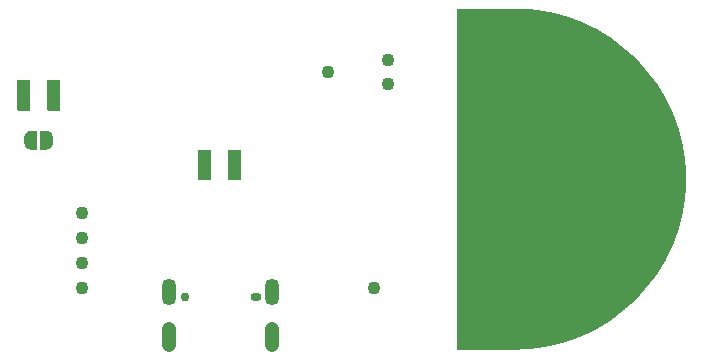
<source format=gbr>
%TF.GenerationSoftware,KiCad,Pcbnew,(5.1.9-0-10_14)*%
%TF.CreationDate,2021-08-19T12:12:30+02:00*%
%TF.ProjectId,s1-ecg-demo,73312d65-6367-42d6-9465-6d6f2e6b6963,1*%
%TF.SameCoordinates,Original*%
%TF.FileFunction,Soldermask,Bot*%
%TF.FilePolarity,Negative*%
%FSLAX46Y46*%
G04 Gerber Fmt 4.6, Leading zero omitted, Abs format (unit mm)*
G04 Created by KiCad (PCBNEW (5.1.9-0-10_14)) date 2021-08-19 12:12:30*
%MOMM*%
%LPD*%
G01*
G04 APERTURE LIST*
%ADD10C,1.900000*%
%ADD11C,0.100000*%
%ADD12C,0.750000*%
%ADD13O,0.950000X0.750000*%
%ADD14O,1.258000X2.558000*%
%ADD15O,1.258000X2.258000*%
%ADD16C,1.100000*%
%ADD17C,1.090600*%
G04 APERTURE END LIST*
D10*
X164100000Y-117100000D02*
G75*
G03*
X164100000Y-90100000I0J13500000D01*
G01*
D11*
G36*
X173300000Y-92700000D02*
G01*
X178200000Y-103600000D01*
X173300000Y-114600000D01*
X164250000Y-118000000D01*
X159150000Y-118000000D01*
X159100000Y-89200000D01*
X164100000Y-89200000D01*
X173300000Y-92700000D01*
G37*
X173300000Y-92700000D02*
X178200000Y-103600000D01*
X173300000Y-114600000D01*
X164250000Y-118000000D01*
X159150000Y-118000000D01*
X159100000Y-89200000D01*
X164100000Y-89200000D01*
X173300000Y-92700000D01*
D10*
X164100000Y-117100000D02*
G75*
G03*
X164100000Y-90100000I0J13500000D01*
G01*
D11*
G36*
X173300000Y-92700000D02*
G01*
X178200000Y-103600000D01*
X173300000Y-114600000D01*
X164250000Y-118000000D01*
X159150000Y-118000000D01*
X159100000Y-89200000D01*
X164100000Y-89200000D01*
X173300000Y-92700000D01*
G37*
X173300000Y-92700000D02*
X178200000Y-103600000D01*
X173300000Y-114600000D01*
X164250000Y-118000000D01*
X159150000Y-118000000D01*
X159100000Y-89200000D01*
X164100000Y-89200000D01*
X173300000Y-92700000D01*
D12*
%TO.C,J6*%
X136100000Y-113554000D03*
D13*
X142099999Y-113554001D03*
D14*
X134779998Y-116996000D03*
D15*
X134779998Y-113170999D03*
D14*
X143420001Y-116996000D03*
D15*
X143419601Y-113170999D03*
%TD*%
D16*
%TO.C,TP1*%
X152100000Y-112800000D03*
%TD*%
%TO.C,TP5*%
X127400000Y-112800000D03*
%TD*%
%TO.C,TP4*%
X127400000Y-110700000D03*
%TD*%
%TO.C,TP3*%
X127400000Y-108600000D03*
%TD*%
%TO.C,TP2*%
X127400000Y-106500000D03*
%TD*%
D17*
%TO.C,J2*%
X148210000Y-94500000D03*
X153290000Y-95516000D03*
X153290000Y-93484000D03*
%TD*%
%TO.C,J4*%
G36*
G01*
X159088000Y-104006000D02*
X159088000Y-103194000D01*
G75*
G02*
X159494000Y-102788000I406000J0D01*
G01*
X160306000Y-102788000D01*
G75*
G02*
X160712000Y-103194000I0J-406000D01*
G01*
X160712000Y-104006000D01*
G75*
G02*
X160306000Y-104412000I-406000J0D01*
G01*
X159494000Y-104412000D01*
G75*
G02*
X159088000Y-104006000I0J406000D01*
G01*
G37*
%TD*%
D11*
%TO.C,JP1*%
G36*
X123840245Y-101099039D02*
G01*
X123830866Y-101096194D01*
X123822221Y-101091573D01*
X123814645Y-101085355D01*
X123808427Y-101077779D01*
X123803806Y-101069134D01*
X123800961Y-101059755D01*
X123800000Y-101050000D01*
X123800000Y-99550000D01*
X123800961Y-99540245D01*
X123803806Y-99530866D01*
X123808427Y-99522221D01*
X123814645Y-99514645D01*
X123822221Y-99508427D01*
X123830866Y-99503806D01*
X123840245Y-99500961D01*
X123850000Y-99500000D01*
X124350000Y-99500000D01*
X124356111Y-99500602D01*
X124374534Y-99500602D01*
X124379435Y-99500843D01*
X124428266Y-99505653D01*
X124433119Y-99506373D01*
X124481244Y-99515945D01*
X124486005Y-99517137D01*
X124532960Y-99531381D01*
X124537579Y-99533034D01*
X124582912Y-99551811D01*
X124587349Y-99553909D01*
X124630622Y-99577040D01*
X124634829Y-99579562D01*
X124675628Y-99606822D01*
X124679570Y-99609746D01*
X124717499Y-99640874D01*
X124721134Y-99644169D01*
X124755831Y-99678866D01*
X124759126Y-99682501D01*
X124790254Y-99720430D01*
X124793178Y-99724372D01*
X124820438Y-99765171D01*
X124822960Y-99769378D01*
X124846091Y-99812651D01*
X124848189Y-99817088D01*
X124866966Y-99862421D01*
X124868619Y-99867040D01*
X124882863Y-99913995D01*
X124884055Y-99918756D01*
X124893627Y-99966881D01*
X124894347Y-99971734D01*
X124899157Y-100020565D01*
X124899398Y-100025466D01*
X124899398Y-100043889D01*
X124900000Y-100050000D01*
X124900000Y-100550000D01*
X124899398Y-100556111D01*
X124899398Y-100574534D01*
X124899157Y-100579435D01*
X124894347Y-100628266D01*
X124893627Y-100633119D01*
X124884055Y-100681244D01*
X124882863Y-100686005D01*
X124868619Y-100732960D01*
X124866966Y-100737579D01*
X124848189Y-100782912D01*
X124846091Y-100787349D01*
X124822960Y-100830622D01*
X124820438Y-100834829D01*
X124793178Y-100875628D01*
X124790254Y-100879570D01*
X124759126Y-100917499D01*
X124755831Y-100921134D01*
X124721134Y-100955831D01*
X124717499Y-100959126D01*
X124679570Y-100990254D01*
X124675628Y-100993178D01*
X124634829Y-101020438D01*
X124630622Y-101022960D01*
X124587349Y-101046091D01*
X124582912Y-101048189D01*
X124537579Y-101066966D01*
X124532960Y-101068619D01*
X124486005Y-101082863D01*
X124481244Y-101084055D01*
X124433119Y-101093627D01*
X124428266Y-101094347D01*
X124379435Y-101099157D01*
X124374534Y-101099398D01*
X124356111Y-101099398D01*
X124350000Y-101100000D01*
X123850000Y-101100000D01*
X123840245Y-101099039D01*
G37*
G36*
X123043889Y-101099398D02*
G01*
X123025466Y-101099398D01*
X123020565Y-101099157D01*
X122971734Y-101094347D01*
X122966881Y-101093627D01*
X122918756Y-101084055D01*
X122913995Y-101082863D01*
X122867040Y-101068619D01*
X122862421Y-101066966D01*
X122817088Y-101048189D01*
X122812651Y-101046091D01*
X122769378Y-101022960D01*
X122765171Y-101020438D01*
X122724372Y-100993178D01*
X122720430Y-100990254D01*
X122682501Y-100959126D01*
X122678866Y-100955831D01*
X122644169Y-100921134D01*
X122640874Y-100917499D01*
X122609746Y-100879570D01*
X122606822Y-100875628D01*
X122579562Y-100834829D01*
X122577040Y-100830622D01*
X122553909Y-100787349D01*
X122551811Y-100782912D01*
X122533034Y-100737579D01*
X122531381Y-100732960D01*
X122517137Y-100686005D01*
X122515945Y-100681244D01*
X122506373Y-100633119D01*
X122505653Y-100628266D01*
X122500843Y-100579435D01*
X122500602Y-100574534D01*
X122500602Y-100556111D01*
X122500000Y-100550000D01*
X122500000Y-100050000D01*
X122500602Y-100043889D01*
X122500602Y-100025466D01*
X122500843Y-100020565D01*
X122505653Y-99971734D01*
X122506373Y-99966881D01*
X122515945Y-99918756D01*
X122517137Y-99913995D01*
X122531381Y-99867040D01*
X122533034Y-99862421D01*
X122551811Y-99817088D01*
X122553909Y-99812651D01*
X122577040Y-99769378D01*
X122579562Y-99765171D01*
X122606822Y-99724372D01*
X122609746Y-99720430D01*
X122640874Y-99682501D01*
X122644169Y-99678866D01*
X122678866Y-99644169D01*
X122682501Y-99640874D01*
X122720430Y-99609746D01*
X122724372Y-99606822D01*
X122765171Y-99579562D01*
X122769378Y-99577040D01*
X122812651Y-99553909D01*
X122817088Y-99551811D01*
X122862421Y-99533034D01*
X122867040Y-99531381D01*
X122913995Y-99517137D01*
X122918756Y-99515945D01*
X122966881Y-99506373D01*
X122971734Y-99505653D01*
X123020565Y-99500843D01*
X123025466Y-99500602D01*
X123043889Y-99500602D01*
X123050000Y-99500000D01*
X123550000Y-99500000D01*
X123559755Y-99500961D01*
X123569134Y-99503806D01*
X123577779Y-99508427D01*
X123585355Y-99514645D01*
X123591573Y-99522221D01*
X123596194Y-99530866D01*
X123599039Y-99540245D01*
X123600000Y-99550000D01*
X123600000Y-101050000D01*
X123599039Y-101059755D01*
X123596194Y-101069134D01*
X123591573Y-101077779D01*
X123585355Y-101085355D01*
X123577779Y-101091573D01*
X123569134Y-101096194D01*
X123559755Y-101099039D01*
X123550000Y-101100000D01*
X123050000Y-101100000D01*
X123043889Y-101099398D01*
G37*
%TD*%
%TO.C,J5*%
G36*
G01*
X124440000Y-97750000D02*
X124440000Y-95250000D01*
G75*
G02*
X124490000Y-95200000I50000J0D01*
G01*
X125490000Y-95200000D01*
G75*
G02*
X125540000Y-95250000I0J-50000D01*
G01*
X125540000Y-97750000D01*
G75*
G02*
X125490000Y-97800000I-50000J0D01*
G01*
X124490000Y-97800000D01*
G75*
G02*
X124440000Y-97750000I0J50000D01*
G01*
G37*
G36*
G01*
X121900000Y-97750000D02*
X121900000Y-95250000D01*
G75*
G02*
X121950000Y-95200000I50000J0D01*
G01*
X122950000Y-95200000D01*
G75*
G02*
X123000000Y-95250000I0J-50000D01*
G01*
X123000000Y-97750000D01*
G75*
G02*
X122950000Y-97800000I-50000J0D01*
G01*
X121950000Y-97800000D01*
G75*
G02*
X121900000Y-97750000I0J50000D01*
G01*
G37*
%TD*%
%TO.C,J7*%
G36*
G01*
X138310000Y-101150000D02*
X138310000Y-103650000D01*
G75*
G02*
X138260000Y-103700000I-50000J0D01*
G01*
X137260000Y-103700000D01*
G75*
G02*
X137210000Y-103650000I0J50000D01*
G01*
X137210000Y-101150000D01*
G75*
G02*
X137260000Y-101100000I50000J0D01*
G01*
X138260000Y-101100000D01*
G75*
G02*
X138310000Y-101150000I0J-50000D01*
G01*
G37*
G36*
G01*
X140850000Y-101150000D02*
X140850000Y-103650000D01*
G75*
G02*
X140800000Y-103700000I-50000J0D01*
G01*
X139800000Y-103700000D01*
G75*
G02*
X139750000Y-103650000I0J50000D01*
G01*
X139750000Y-101150000D01*
G75*
G02*
X139800000Y-101100000I50000J0D01*
G01*
X140800000Y-101100000D01*
G75*
G02*
X140850000Y-101150000I0J-50000D01*
G01*
G37*
%TD*%
M02*

</source>
